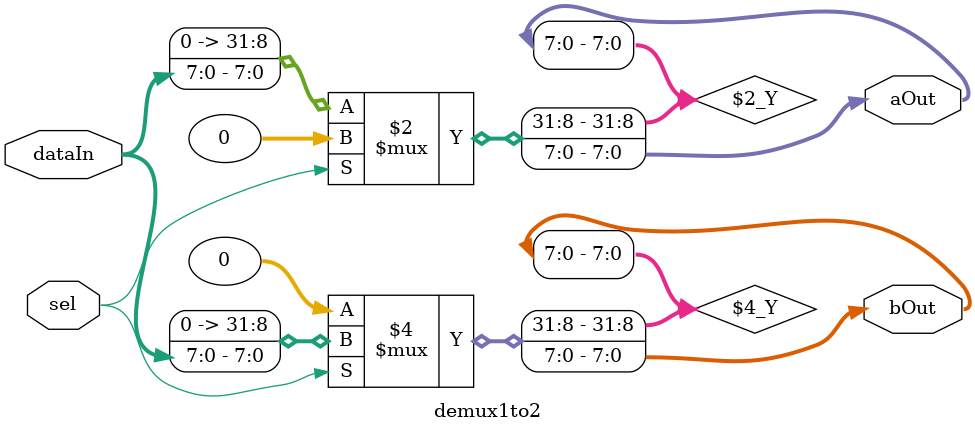
<source format=v>
`timescale 1ns / 1ps


module demux1to2 # (parameter PERM_WIDTH = 8) (dataIn, sel, aOut, bOut);

input 	[PERM_WIDTH-1:0] dataIn;
input                    sel;
output	[PERM_WIDTH-1:0] aOut, bOut;

assign aOut = sel ? 'h0 : dataIn;
assign bOut = sel ? dataIn : 'h0;

endmodule
</source>
